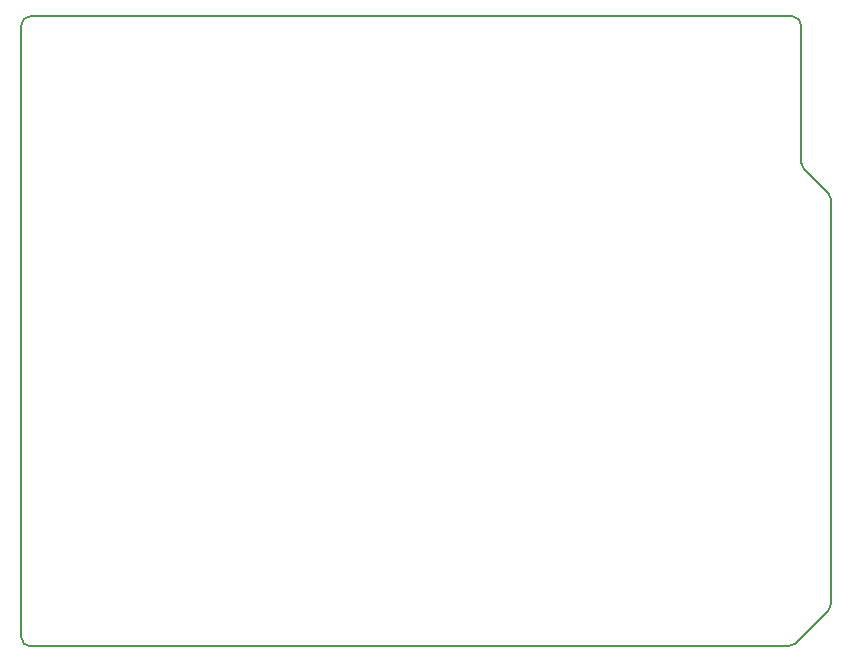
<source format=gbr>
%TF.GenerationSoftware,KiCad,Pcbnew,8.0.1-8.0.1-0~ubuntu23.10.1*%
%TF.CreationDate,2024-04-27T14:30:10-04:00*%
%TF.ProjectId,NavShield,4e617653-6869-4656-9c64-2e6b69636164,rev?*%
%TF.SameCoordinates,Original*%
%TF.FileFunction,Profile,NP*%
%FSLAX46Y46*%
G04 Gerber Fmt 4.6, Leading zero omitted, Abs format (unit mm)*
G04 Created by KiCad (PCBNEW 8.0.1-8.0.1-0~ubuntu23.10.1) date 2024-04-27 14:30:10*
%MOMM*%
%LPD*%
G01*
G04 APERTURE LIST*
%TA.AperFunction,Profile*%
%ADD10C,0.150000*%
%TD*%
G04 APERTURE END LIST*
D10*
X66263185Y40416815D02*
X68356816Y38323184D01*
X0Y762000D02*
X0Y52578000D01*
X66263185Y40416815D02*
G75*
G02*
X66040022Y40955631I538815J538785D01*
G01*
X65278000Y53340000D02*
G75*
G02*
X66040000Y52578000I0J-762000D01*
G01*
X68580000Y37784369D02*
X68580000Y3617631D01*
X64962369Y0D02*
X762000Y0D01*
X65501185Y223185D02*
X68356816Y3078816D01*
X762000Y53340000D02*
X65278000Y53340000D01*
X762000Y0D02*
G75*
G02*
X0Y762000I0J762000D01*
G01*
X68580000Y3617631D02*
G75*
G02*
X68356811Y3078821I-761900J-31D01*
G01*
X65501185Y223185D02*
G75*
G02*
X64962369Y22I-538785J538815D01*
G01*
X68356816Y38323184D02*
G75*
G02*
X68579978Y37784369I-538816J-538784D01*
G01*
X66040000Y52578000D02*
X66040000Y40955631D01*
X0Y52578000D02*
G75*
G02*
X762000Y53340000I762000J0D01*
G01*
M02*

</source>
